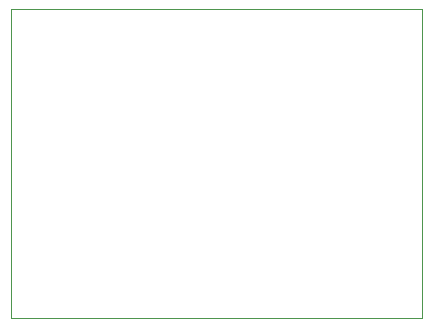
<source format=gbr>
%TF.GenerationSoftware,KiCad,Pcbnew,(5.1.10)-1*%
%TF.CreationDate,2021-10-25T01:06:34+02:00*%
%TF.ProjectId,c1101 shield,63313130-3120-4736-9869-656c642e6b69,rev?*%
%TF.SameCoordinates,Original*%
%TF.FileFunction,Profile,NP*%
%FSLAX46Y46*%
G04 Gerber Fmt 4.6, Leading zero omitted, Abs format (unit mm)*
G04 Created by KiCad (PCBNEW (5.1.10)-1) date 2021-10-25 01:06:34*
%MOMM*%
%LPD*%
G01*
G04 APERTURE LIST*
%TA.AperFunction,Profile*%
%ADD10C,0.100000*%
%TD*%
G04 APERTURE END LIST*
D10*
X47752000Y-170688000D02*
X47752000Y-196850000D01*
X12954000Y-170688000D02*
X47752000Y-170688000D01*
X12954000Y-196850000D02*
X12954000Y-170688000D01*
X47752000Y-196850000D02*
X12954000Y-196850000D01*
M02*

</source>
